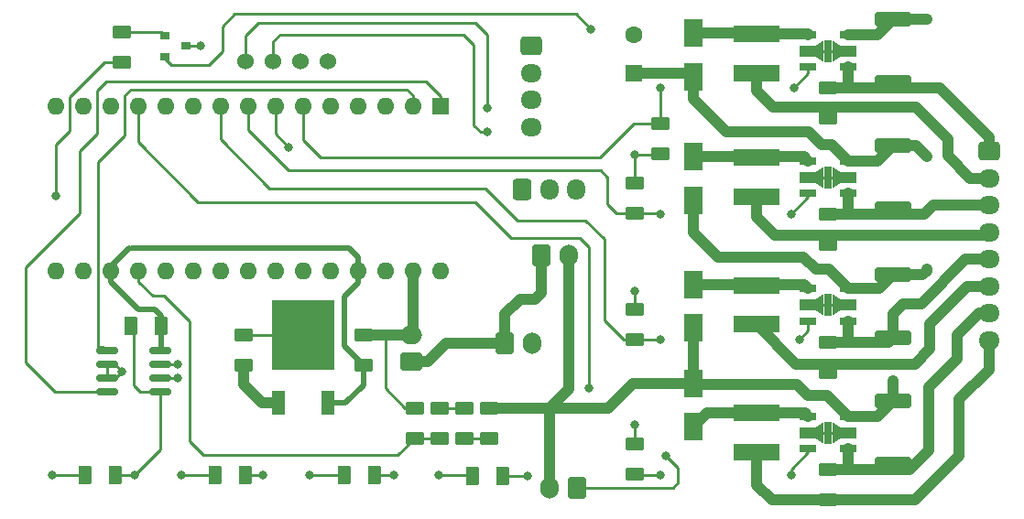
<source format=gbr>
G04 #@! TF.GenerationSoftware,KiCad,Pcbnew,7.0.8*
G04 #@! TF.CreationDate,2024-03-28T15:32:18+01:00*
G04 #@! TF.ProjectId,Prozessorplatine,50726f7a-6573-4736-9f72-706c6174696e,rev?*
G04 #@! TF.SameCoordinates,Original*
G04 #@! TF.FileFunction,Copper,L1,Top*
G04 #@! TF.FilePolarity,Positive*
%FSLAX46Y46*%
G04 Gerber Fmt 4.6, Leading zero omitted, Abs format (unit mm)*
G04 Created by KiCad (PCBNEW 7.0.8) date 2024-03-28 15:32:18*
%MOMM*%
%LPD*%
G01*
G04 APERTURE LIST*
G04 Aperture macros list*
%AMRoundRect*
0 Rectangle with rounded corners*
0 $1 Rounding radius*
0 $2 $3 $4 $5 $6 $7 $8 $9 X,Y pos of 4 corners*
0 Add a 4 corners polygon primitive as box body*
4,1,4,$2,$3,$4,$5,$6,$7,$8,$9,$2,$3,0*
0 Add four circle primitives for the rounded corners*
1,1,$1+$1,$2,$3*
1,1,$1+$1,$4,$5*
1,1,$1+$1,$6,$7*
1,1,$1+$1,$8,$9*
0 Add four rect primitives between the rounded corners*
20,1,$1+$1,$2,$3,$4,$5,0*
20,1,$1+$1,$4,$5,$6,$7,0*
20,1,$1+$1,$6,$7,$8,$9,0*
20,1,$1+$1,$8,$9,$2,$3,0*%
%AMOutline4P*
0 Free polygon, 4 corners , with rotation*
0 The origin of the aperture is its center*
0 number of corners: always 4*
0 $1 to $8 corner X, Y*
0 $9 Rotation angle, in degrees counterclockwise*
0 create outline with 4 corners*
4,1,4,$1,$2,$3,$4,$5,$6,$7,$8,$1,$2,$9*%
G04 Aperture macros list end*
G04 #@! TA.AperFunction,SMDPad,CuDef*
%ADD10RoundRect,0.250000X0.625000X-0.375000X0.625000X0.375000X-0.625000X0.375000X-0.625000X-0.375000X0*%
G04 #@! TD*
G04 #@! TA.AperFunction,SMDPad,CuDef*
%ADD11RoundRect,0.250000X-0.625000X0.375000X-0.625000X-0.375000X0.625000X-0.375000X0.625000X0.375000X0*%
G04 #@! TD*
G04 #@! TA.AperFunction,SMDPad,CuDef*
%ADD12RoundRect,0.250000X0.375000X0.625000X-0.375000X0.625000X-0.375000X-0.625000X0.375000X-0.625000X0*%
G04 #@! TD*
G04 #@! TA.AperFunction,SMDPad,CuDef*
%ADD13RoundRect,0.250000X-0.375000X-0.625000X0.375000X-0.625000X0.375000X0.625000X-0.375000X0.625000X0*%
G04 #@! TD*
G04 #@! TA.AperFunction,SMDPad,CuDef*
%ADD14R,1.800000X2.500000*%
G04 #@! TD*
G04 #@! TA.AperFunction,ComponentPad*
%ADD15RoundRect,0.250000X-0.725000X0.600000X-0.725000X-0.600000X0.725000X-0.600000X0.725000X0.600000X0*%
G04 #@! TD*
G04 #@! TA.AperFunction,ComponentPad*
%ADD16O,1.950000X1.700000*%
G04 #@! TD*
G04 #@! TA.AperFunction,ComponentPad*
%ADD17RoundRect,0.250000X-0.600000X-0.725000X0.600000X-0.725000X0.600000X0.725000X-0.600000X0.725000X0*%
G04 #@! TD*
G04 #@! TA.AperFunction,ComponentPad*
%ADD18O,1.700000X1.950000*%
G04 #@! TD*
G04 #@! TA.AperFunction,SMDPad,CuDef*
%ADD19R,4.200000X1.500000*%
G04 #@! TD*
G04 #@! TA.AperFunction,SMDPad,CuDef*
%ADD20RoundRect,0.250000X1.425000X-0.425000X1.425000X0.425000X-1.425000X0.425000X-1.425000X-0.425000X0*%
G04 #@! TD*
G04 #@! TA.AperFunction,ComponentPad*
%ADD21R,1.600000X1.600000*%
G04 #@! TD*
G04 #@! TA.AperFunction,ComponentPad*
%ADD22O,1.600000X1.600000*%
G04 #@! TD*
G04 #@! TA.AperFunction,SMDPad,CuDef*
%ADD23R,1.200000X2.200000*%
G04 #@! TD*
G04 #@! TA.AperFunction,SMDPad,CuDef*
%ADD24R,5.800000X6.400000*%
G04 #@! TD*
G04 #@! TA.AperFunction,SMDPad,CuDef*
%ADD25R,1.500000X0.700000*%
G04 #@! TD*
G04 #@! TA.AperFunction,SMDPad,CuDef*
%ADD26R,1.500000X1.000000*%
G04 #@! TD*
G04 #@! TA.AperFunction,SMDPad,CuDef*
%ADD27Outline4P,-1.000000X-0.375000X1.000000X-0.375000X0.500000X0.375000X-0.500000X0.375000X90.000000*%
G04 #@! TD*
G04 #@! TA.AperFunction,SMDPad,CuDef*
%ADD28R,0.800000X2.000000*%
G04 #@! TD*
G04 #@! TA.AperFunction,SMDPad,CuDef*
%ADD29Outline4P,-1.000000X-0.375000X1.000000X-0.375000X0.500000X0.375000X-0.500000X0.375000X270.000000*%
G04 #@! TD*
G04 #@! TA.AperFunction,SMDPad,CuDef*
%ADD30RoundRect,0.150000X-0.825000X-0.150000X0.825000X-0.150000X0.825000X0.150000X-0.825000X0.150000X0*%
G04 #@! TD*
G04 #@! TA.AperFunction,ComponentPad*
%ADD31C,1.600000*%
G04 #@! TD*
G04 #@! TA.AperFunction,ComponentPad*
%ADD32RoundRect,0.250000X0.600000X0.750000X-0.600000X0.750000X-0.600000X-0.750000X0.600000X-0.750000X0*%
G04 #@! TD*
G04 #@! TA.AperFunction,ComponentPad*
%ADD33O,1.700000X2.000000*%
G04 #@! TD*
G04 #@! TA.AperFunction,SMDPad,CuDef*
%ADD34R,0.900000X0.800000*%
G04 #@! TD*
G04 #@! TA.AperFunction,ComponentPad*
%ADD35RoundRect,0.250000X-0.600000X-0.750000X0.600000X-0.750000X0.600000X0.750000X-0.600000X0.750000X0*%
G04 #@! TD*
G04 #@! TA.AperFunction,ComponentPad*
%ADD36RoundRect,0.250000X0.750000X-0.600000X0.750000X0.600000X-0.750000X0.600000X-0.750000X-0.600000X0*%
G04 #@! TD*
G04 #@! TA.AperFunction,ComponentPad*
%ADD37O,2.000000X1.700000*%
G04 #@! TD*
G04 #@! TA.AperFunction,ComponentPad*
%ADD38C,1.524000*%
G04 #@! TD*
G04 #@! TA.AperFunction,ViaPad*
%ADD39C,0.800000*%
G04 #@! TD*
G04 #@! TA.AperFunction,Conductor*
%ADD40C,0.250000*%
G04 #@! TD*
G04 #@! TA.AperFunction,Conductor*
%ADD41C,1.000000*%
G04 #@! TD*
G04 #@! TA.AperFunction,Conductor*
%ADD42C,0.500000*%
G04 #@! TD*
G04 APERTURE END LIST*
D10*
X163258500Y-87633000D03*
X163258500Y-84833000D03*
D11*
X174371000Y-84833000D03*
X174371000Y-87633000D03*
D12*
X187198000Y-97853500D03*
X184398000Y-97853500D03*
D11*
X217297000Y-97279000D03*
X217297000Y-100079000D03*
D13*
X172590000Y-97790000D03*
X175390000Y-97790000D03*
D14*
X204851000Y-60928000D03*
X204851000Y-56928000D03*
X204851000Y-72358000D03*
X204851000Y-68358000D03*
X204851000Y-84169000D03*
X204851000Y-80169000D03*
X204851000Y-89313000D03*
X204851000Y-93313000D03*
D15*
X232156000Y-67818000D03*
D16*
X232156000Y-70318000D03*
X232156000Y-72818000D03*
X232156000Y-75318000D03*
X232156000Y-77818000D03*
X232156000Y-80318000D03*
X232156000Y-82818000D03*
X232156000Y-85318000D03*
D17*
X189039500Y-71374000D03*
D18*
X191539500Y-71374000D03*
X194039500Y-71374000D03*
D19*
X210693000Y-60601000D03*
X210693000Y-57001000D03*
X210693000Y-72031000D03*
X210693000Y-68431000D03*
X210693000Y-83842000D03*
X210693000Y-80242000D03*
X210693000Y-95653000D03*
X210693000Y-92053000D03*
D20*
X223266000Y-61447000D03*
X223266000Y-55647000D03*
X223266000Y-73131000D03*
X223266000Y-67331000D03*
D10*
X199390000Y-73536000D03*
X199390000Y-70736000D03*
X199390000Y-85220000D03*
X199390000Y-82420000D03*
X199390000Y-97666000D03*
X199390000Y-94866000D03*
D21*
X181483000Y-63627000D03*
D22*
X178943000Y-63627000D03*
X176403000Y-63627000D03*
X173863000Y-63627000D03*
X171323000Y-63627000D03*
X168783000Y-63627000D03*
X166243000Y-63627000D03*
X163703000Y-63627000D03*
X161163000Y-63627000D03*
X158623000Y-63627000D03*
X156083000Y-63627000D03*
X153543000Y-63627000D03*
X151003000Y-63627000D03*
X148463000Y-63627000D03*
X145923000Y-63627000D03*
X145923000Y-78867000D03*
X148463000Y-78867000D03*
X151003000Y-78867000D03*
X153543000Y-78867000D03*
X156083000Y-78867000D03*
X158623000Y-78867000D03*
X161163000Y-78867000D03*
X163703000Y-78867000D03*
X166243000Y-78867000D03*
X168783000Y-78867000D03*
X171323000Y-78867000D03*
X173863000Y-78867000D03*
X176403000Y-78867000D03*
X178943000Y-78867000D03*
X181483000Y-78867000D03*
D23*
X166503000Y-91131500D03*
D24*
X168783000Y-84831500D03*
D23*
X171063000Y-91131500D03*
D25*
X215447000Y-57047000D03*
D26*
X215447000Y-58547000D03*
D27*
X216522000Y-58547000D03*
D28*
X217297000Y-58547000D03*
D29*
X218072000Y-58547000D03*
D26*
X219147000Y-58547000D03*
D25*
X215447000Y-60047000D03*
X219147000Y-60047000D03*
X219147000Y-57047000D03*
X215447000Y-68731000D03*
D26*
X215447000Y-70231000D03*
D27*
X216522000Y-70231000D03*
D28*
X217297000Y-70231000D03*
D29*
X218072000Y-70231000D03*
D26*
X219147000Y-70231000D03*
D25*
X215447000Y-71731000D03*
X219147000Y-71731000D03*
X219147000Y-68731000D03*
X215447000Y-80542000D03*
D26*
X215447000Y-82042000D03*
D27*
X216522000Y-82042000D03*
D28*
X217297000Y-82042000D03*
D29*
X218072000Y-82042000D03*
D26*
X219147000Y-82042000D03*
D25*
X215447000Y-83542000D03*
X219147000Y-83542000D03*
X219147000Y-80542000D03*
D30*
X150623500Y-86296500D03*
X150623500Y-87566500D03*
X150623500Y-88836500D03*
X150623500Y-90106500D03*
X155573500Y-90106500D03*
X155573500Y-88836500D03*
X155573500Y-87566500D03*
X155573500Y-86296500D03*
D20*
X223266000Y-96753000D03*
X223266000Y-90953000D03*
D25*
X215447000Y-92353000D03*
D26*
X215447000Y-93853000D03*
D27*
X216522000Y-93853000D03*
D28*
X217297000Y-93853000D03*
D29*
X218072000Y-93853000D03*
D26*
X219147000Y-93853000D03*
D25*
X215447000Y-95353000D03*
X219147000Y-95353000D03*
X219147000Y-92353000D03*
D20*
X223266000Y-85069000D03*
X223266000Y-79269000D03*
D11*
X217297000Y-85468000D03*
X217297000Y-88268000D03*
X217297000Y-73657000D03*
X217297000Y-76457000D03*
X217297000Y-61973000D03*
X217297000Y-64773000D03*
D13*
X152841500Y-84010500D03*
X155641500Y-84010500D03*
D10*
X179070000Y-94364000D03*
X179070000Y-91564000D03*
D11*
X183642000Y-91564000D03*
X183642000Y-94364000D03*
X185928000Y-91564000D03*
X185928000Y-94364000D03*
D10*
X181356000Y-94364000D03*
X181356000Y-91564000D03*
D15*
X189865000Y-58102500D03*
D16*
X189865000Y-60602500D03*
X189865000Y-63102500D03*
X189865000Y-65602500D03*
D13*
X160652000Y-97790000D03*
X163452000Y-97790000D03*
X148584000Y-97790000D03*
X151384000Y-97790000D03*
D21*
X199326500Y-60579000D03*
D31*
X199326500Y-57079000D03*
D11*
X201803000Y-65275000D03*
X201803000Y-68075000D03*
D32*
X194056000Y-98933000D03*
D33*
X191556000Y-98933000D03*
D34*
X155972000Y-57152500D03*
X155972000Y-59052500D03*
X157972000Y-58102500D03*
D11*
X152019000Y-56829500D03*
X152019000Y-59629500D03*
D35*
X190800000Y-77500000D03*
D33*
X193300000Y-77500000D03*
D36*
X178800000Y-87300000D03*
D37*
X178800000Y-84800000D03*
D35*
X187400000Y-85600000D03*
D33*
X189900000Y-85600000D03*
D38*
X171069000Y-59499500D03*
X168529000Y-59499500D03*
X165989000Y-59499500D03*
X163449000Y-59499500D03*
D39*
X218059000Y-58547000D03*
X219147000Y-58547000D03*
X216535000Y-58547000D03*
X215519000Y-58547000D03*
X218059000Y-82042000D03*
X215519000Y-82042000D03*
X219147000Y-82042000D03*
X216535000Y-82042000D03*
X165036500Y-97790000D03*
X219147000Y-70231000D03*
X199390000Y-68135500D03*
X216535000Y-70231000D03*
X189484000Y-97853500D03*
X167513000Y-86741000D03*
X170624500Y-86804500D03*
X218059000Y-70231000D03*
X199390000Y-93091000D03*
X177165000Y-97790000D03*
X199390000Y-80772000D03*
X218059000Y-93853000D03*
X170624500Y-82804000D03*
X167513000Y-82804000D03*
X219147000Y-93853000D03*
X215519000Y-93853000D03*
X159258000Y-58102500D03*
X216535000Y-93853000D03*
X215519000Y-70231000D03*
X153162000Y-97790000D03*
X226441000Y-68326000D03*
X191564000Y-91564000D03*
X164782500Y-90932000D03*
X223266000Y-89090500D03*
X226420000Y-55647000D03*
X226441000Y-78740000D03*
X164179250Y-90328750D03*
X181338000Y-97772000D03*
X169400000Y-97772000D03*
X157480000Y-97790000D03*
X145542000Y-97790000D03*
X185801000Y-66040000D03*
X185801000Y-63817500D03*
X157162500Y-87566500D03*
X157162500Y-88836500D03*
X201803000Y-61976000D03*
X214122000Y-61976000D03*
X201803000Y-73660000D03*
X213868000Y-73660000D03*
X201803000Y-85217000D03*
X214630000Y-85217000D03*
X213868000Y-97790000D03*
X201803000Y-97790000D03*
X195199000Y-89699000D03*
X167449500Y-67437000D03*
X152019000Y-88201500D03*
X195389500Y-56515000D03*
X202300000Y-96000000D03*
X145923000Y-71945500D03*
D40*
X215447000Y-58547000D02*
X215519000Y-58547000D01*
X219147000Y-58547000D02*
X219147000Y-58547000D01*
X215447000Y-58547000D02*
X215519000Y-58547000D01*
X218567000Y-58547000D02*
X219147000Y-58547000D01*
X217551000Y-58547000D02*
X218567000Y-58547000D01*
X215519000Y-58547000D02*
X216535000Y-58547000D01*
X219147000Y-58547000D02*
X219147000Y-58547000D01*
X216535000Y-58547000D02*
X217551000Y-58547000D01*
X219147000Y-93853000D02*
X219147000Y-93853000D01*
X215447000Y-82042000D02*
X215519000Y-82042000D01*
X187198000Y-97853500D02*
X189484000Y-97853500D01*
X179070000Y-91564000D02*
X178164000Y-91564000D01*
D41*
X178767000Y-84833000D02*
X178800000Y-84800000D01*
D40*
X176367000Y-89767000D02*
X176367000Y-84833000D01*
X163452000Y-97790000D02*
X165036500Y-97790000D01*
X219147000Y-70231000D02*
X219147000Y-70231000D01*
X153098500Y-89471500D02*
X153098500Y-84267500D01*
X215447000Y-93853000D02*
X219147000Y-93853000D01*
X175390000Y-97790000D02*
X177165000Y-97790000D01*
X199390000Y-94866000D02*
X199390000Y-93091000D01*
X155573500Y-95378500D02*
X153162000Y-97790000D01*
X155573500Y-90106500D02*
X153733500Y-90106500D01*
D41*
X178943000Y-78867000D02*
X178943000Y-84657000D01*
D40*
X215447000Y-93853000D02*
X215519000Y-93853000D01*
X163449000Y-84833000D02*
X169226000Y-84833000D01*
X219147000Y-82042000D02*
X219147000Y-82042000D01*
D41*
X176367000Y-84833000D02*
X178767000Y-84833000D01*
D40*
X215447000Y-82042000D02*
X219147000Y-82042000D01*
X199390000Y-82420000D02*
X199390000Y-80772000D01*
D41*
X174371000Y-84833000D02*
X176367000Y-84833000D01*
D40*
X153098500Y-84267500D02*
X152841500Y-84010500D01*
X219147000Y-93853000D02*
X219147000Y-93853000D01*
X151384000Y-97790000D02*
X153162000Y-97790000D01*
X169226000Y-84833000D02*
X169227500Y-84831500D01*
X153733500Y-90106500D02*
X153098500Y-89471500D01*
X215447000Y-70231000D02*
X215519000Y-70231000D01*
X199390000Y-68135500D02*
X199390000Y-70736000D01*
D41*
X178943000Y-84657000D02*
X178800000Y-84800000D01*
D40*
X155573500Y-90106500D02*
X155573500Y-95378500D01*
X169229000Y-84833000D02*
X169227500Y-84831500D01*
X178164000Y-91564000D02*
X176367000Y-89767000D01*
X199390000Y-68135500D02*
X201742500Y-68135500D01*
X157972000Y-58102500D02*
X159258000Y-58102500D01*
X201742500Y-68135500D02*
X201803000Y-68075000D01*
X215447000Y-70231000D02*
X219147000Y-70231000D01*
D41*
X164179250Y-90328750D02*
X164982000Y-91131500D01*
X219147000Y-57047000D02*
X221866000Y-57047000D01*
X163258500Y-87633000D02*
X163258500Y-89408000D01*
X204851000Y-75311000D02*
X207137000Y-77597000D01*
X163449000Y-89598500D02*
X164179250Y-90328750D01*
X219147000Y-68731000D02*
X221866000Y-68731000D01*
X196965000Y-91579500D02*
X199231500Y-89313000D01*
X221993000Y-80542000D02*
X223266000Y-79269000D01*
X221866000Y-68731000D02*
X223266000Y-67331000D01*
X191579500Y-91579500D02*
X191579500Y-98909500D01*
X221866000Y-57047000D02*
X223266000Y-55647000D01*
X204851000Y-89313000D02*
X199231500Y-89313000D01*
X215011000Y-77597000D02*
X216154000Y-78740000D01*
X185928000Y-91564000D02*
X191564000Y-91564000D01*
X217599000Y-67183000D02*
X219147000Y-68731000D01*
X223266000Y-79269000D02*
X226039000Y-79269000D01*
X214376000Y-89408000D02*
X215392000Y-90424000D01*
X219147000Y-80542000D02*
X221993000Y-80542000D01*
X204851000Y-60928000D02*
X204851000Y-62992000D01*
X221866000Y-92353000D02*
X223266000Y-90953000D01*
X217345000Y-78740000D02*
X219147000Y-80542000D01*
X217218000Y-90424000D02*
X219147000Y-92353000D01*
X223266000Y-67331000D02*
X225446000Y-67331000D01*
X215519000Y-66040000D02*
X216662000Y-67183000D01*
X204851000Y-72358000D02*
X204851000Y-75311000D01*
X164982000Y-91131500D02*
X166503000Y-91131500D01*
X219147000Y-92353000D02*
X221866000Y-92353000D01*
X207899000Y-66040000D02*
X215519000Y-66040000D01*
X226039000Y-79269000D02*
X226441000Y-78867000D01*
X207137000Y-77597000D02*
X215011000Y-77597000D01*
X226441000Y-78867000D02*
X226441000Y-78740000D01*
X191564000Y-91564000D02*
X191579500Y-91579500D01*
X193300000Y-89828000D02*
X191564000Y-91564000D01*
X163258500Y-89408000D02*
X163449000Y-89598500D01*
X216662000Y-67183000D02*
X217599000Y-67183000D01*
X223266000Y-90953000D02*
X223266000Y-89090500D01*
X223266000Y-55647000D02*
X226420000Y-55647000D01*
X216154000Y-78740000D02*
X217345000Y-78740000D01*
X204946000Y-89408000D02*
X204851000Y-89313000D01*
X199326500Y-60579000D02*
X204502000Y-60579000D01*
X204502000Y-60579000D02*
X204851000Y-60928000D01*
X225446000Y-67331000D02*
X226441000Y-68326000D01*
X204851000Y-62992000D02*
X207899000Y-66040000D01*
X191579500Y-98909500D02*
X191556000Y-98933000D01*
X191579500Y-91579500D02*
X196965000Y-91579500D01*
X204851000Y-84169000D02*
X204851000Y-89313000D01*
X193300000Y-77500000D02*
X193300000Y-89828000D01*
X214376000Y-89408000D02*
X204946000Y-89408000D01*
X215392000Y-90424000D02*
X217218000Y-90424000D01*
D42*
X172974000Y-76771500D02*
X173863000Y-77660500D01*
X151003000Y-78867000D02*
X151003000Y-79946500D01*
X155035250Y-82454750D02*
X153511250Y-82454750D01*
X173863000Y-78867000D02*
X173863000Y-80010000D01*
X151003000Y-78867000D02*
X151003000Y-78486000D01*
D40*
X152717500Y-76771500D02*
X152971500Y-76771500D01*
D42*
X173863000Y-77660500D02*
X173863000Y-78867000D01*
X152971500Y-76771500D02*
X172974000Y-76771500D01*
X172593000Y-81280000D02*
X172593000Y-85855000D01*
X155641500Y-83061000D02*
X155035250Y-82454750D01*
X155641500Y-84010500D02*
X155641500Y-86228500D01*
X174371000Y-89471500D02*
X172711000Y-91131500D01*
X155641500Y-84010500D02*
X155641500Y-83061000D01*
X155641500Y-86228500D02*
X155573500Y-86296500D01*
X151003000Y-79946500D02*
X153511250Y-82454750D01*
X173863000Y-80010000D02*
X172593000Y-81280000D01*
X171507500Y-91131500D02*
X172711000Y-91131500D01*
X151003000Y-78486000D02*
X152717500Y-76771500D01*
X172593000Y-85855000D02*
X174371000Y-87633000D01*
X174371000Y-87633000D02*
X174371000Y-89471500D01*
D41*
X217297000Y-64773000D02*
X217297000Y-63754000D01*
X225425000Y-63754000D02*
X228346000Y-66675000D01*
X228346000Y-68262500D02*
X230401500Y-70318000D01*
X210693000Y-62230000D02*
X210693000Y-60601000D01*
X230401500Y-70318000D02*
X232156000Y-70318000D01*
X228346000Y-66675000D02*
X228346000Y-68262500D01*
X217297000Y-63754000D02*
X212217000Y-63754000D01*
X212217000Y-63754000D02*
X210693000Y-62230000D01*
X217297000Y-63754000D02*
X225425000Y-63754000D01*
X219147000Y-61921000D02*
X219199000Y-61973000D01*
X223266000Y-61849000D02*
X223142000Y-61973000D01*
X219199000Y-61973000D02*
X223142000Y-61973000D01*
X223142000Y-61973000D02*
X227581000Y-61973000D01*
X232156000Y-66548000D02*
X232156000Y-67818000D01*
X219147000Y-60047000D02*
X219147000Y-61921000D01*
X223266000Y-61447000D02*
X223266000Y-61849000D01*
X227581000Y-61973000D02*
X232156000Y-66548000D01*
X217297000Y-61973000D02*
X219199000Y-61973000D01*
X212344000Y-75565000D02*
X217170000Y-75565000D01*
X217297000Y-76457000D02*
X217297000Y-75692000D01*
X217297000Y-75692000D02*
X217170000Y-75565000D01*
X217170000Y-75565000D02*
X231909000Y-75565000D01*
X231909000Y-75565000D02*
X232156000Y-75318000D01*
X210693000Y-73914000D02*
X212344000Y-75565000D01*
X210693000Y-72031000D02*
X210693000Y-73914000D01*
X223266000Y-73131000D02*
X223266000Y-73400000D01*
X219147000Y-73328000D02*
X218818000Y-73657000D01*
X218818000Y-73657000D02*
X223523000Y-73657000D01*
X223266000Y-73400000D02*
X223523000Y-73657000D01*
X227023000Y-72818000D02*
X226184000Y-73657000D01*
X217297000Y-73657000D02*
X218818000Y-73657000D01*
X219147000Y-71731000D02*
X219147000Y-73328000D01*
X232156000Y-72818000D02*
X227023000Y-72818000D01*
X226184000Y-73657000D02*
X223523000Y-73657000D01*
D40*
X184316500Y-97772000D02*
X184398000Y-97853500D01*
X181338000Y-97772000D02*
X184316500Y-97772000D01*
D41*
X230197000Y-80318000D02*
X232156000Y-80318000D01*
X226695000Y-86106000D02*
X226695000Y-83820000D01*
X217170000Y-87503000D02*
X225298000Y-87503000D01*
X226695000Y-83820000D02*
X230197000Y-80318000D01*
X225298000Y-87503000D02*
X226695000Y-86106000D01*
X214354000Y-87503000D02*
X210693000Y-83842000D01*
X217170000Y-87503000D02*
X214354000Y-87503000D01*
X217297000Y-87630000D02*
X217170000Y-87503000D01*
X217297000Y-88268000D02*
X217297000Y-87630000D01*
X225933000Y-81915000D02*
X230030000Y-77818000D01*
X223266000Y-85069000D02*
X223266000Y-82867500D01*
X219326000Y-85468000D02*
X222867000Y-85468000D01*
X222867000Y-85468000D02*
X223266000Y-85069000D01*
X219147000Y-83542000D02*
X219147000Y-85289000D01*
X230030000Y-77818000D02*
X232156000Y-77818000D01*
X224218500Y-81915000D02*
X225933000Y-81915000D01*
X223266000Y-82867500D02*
X224218500Y-81915000D01*
X217297000Y-85468000D02*
X219326000Y-85468000D01*
X219147000Y-85289000D02*
X219326000Y-85468000D01*
X210693000Y-98679000D02*
X210693000Y-95653000D01*
X225358500Y-100079000D02*
X217297000Y-100079000D01*
X232156000Y-88011000D02*
X229425500Y-90741500D01*
X212093000Y-100079000D02*
X210693000Y-98679000D01*
X229425500Y-90741500D02*
X229425500Y-96012000D01*
X229425500Y-96012000D02*
X225358500Y-100079000D01*
X232156000Y-85318000D02*
X232156000Y-88011000D01*
X217297000Y-100079000D02*
X212093000Y-100079000D01*
X229235000Y-84836000D02*
X229235000Y-87058500D01*
X229235000Y-84836000D02*
X231253000Y-82818000D01*
X231253000Y-82818000D02*
X232156000Y-82818000D01*
X217297000Y-97279000D02*
X219199000Y-97279000D01*
X223266000Y-96753000D02*
X223266000Y-97149000D01*
X226631500Y-89662000D02*
X226631500Y-95498000D01*
X219147000Y-97227000D02*
X219199000Y-97279000D01*
X219147000Y-95353000D02*
X219147000Y-97227000D01*
X219199000Y-97279000D02*
X223396000Y-97279000D01*
X226631500Y-95498000D02*
X224850500Y-97279000D01*
X229235000Y-87058500D02*
X226631500Y-89662000D01*
X223396000Y-97279000D02*
X224850500Y-97279000D01*
X223266000Y-97149000D02*
X223396000Y-97279000D01*
D40*
X169400000Y-97772000D02*
X172572000Y-97772000D01*
X172572000Y-97772000D02*
X172590000Y-97790000D01*
X160652000Y-97790000D02*
X157480000Y-97790000D01*
X148584000Y-97790000D02*
X145542000Y-97790000D01*
D41*
X210693000Y-57001000D02*
X215401000Y-57001000D01*
X204851000Y-56928000D02*
X210620000Y-56928000D01*
X215401000Y-57001000D02*
X215447000Y-57047000D01*
X210620000Y-56928000D02*
X210693000Y-57001000D01*
X204851000Y-68358000D02*
X215074000Y-68358000D01*
X215074000Y-68358000D02*
X215447000Y-68731000D01*
X215074000Y-80169000D02*
X215447000Y-80542000D01*
X204851000Y-80169000D02*
X215074000Y-80169000D01*
X206111000Y-92053000D02*
X204851000Y-93313000D01*
X210693000Y-92053000D02*
X215147000Y-92053000D01*
X210693000Y-92053000D02*
X206111000Y-92053000D01*
X215147000Y-92053000D02*
X215447000Y-92353000D01*
D40*
X183578500Y-57023000D02*
X166624000Y-57023000D01*
X184531000Y-57975500D02*
X183578500Y-57023000D01*
X184531000Y-65405000D02*
X184531000Y-57975500D01*
X166624000Y-57023000D02*
X165989000Y-57658000D01*
X165989000Y-57658000D02*
X165989000Y-59499500D01*
X185801000Y-66040000D02*
X185166000Y-66040000D01*
X185166000Y-66040000D02*
X184531000Y-65405000D01*
X163449000Y-59499500D02*
X163449000Y-57150000D01*
X185801000Y-57023000D02*
X185801000Y-63817500D01*
X184721500Y-55943500D02*
X185801000Y-57023000D01*
X163449000Y-57150000D02*
X164655500Y-55943500D01*
X164655500Y-55943500D02*
X184721500Y-55943500D01*
X155573500Y-87566500D02*
X157162500Y-87566500D01*
X155573500Y-88836500D02*
X157162500Y-88836500D01*
X183642000Y-91564000D02*
X181356000Y-91564000D01*
X181356000Y-94364000D02*
X179070000Y-94364000D01*
X154876500Y-81216500D02*
X155892500Y-81216500D01*
X155892500Y-81216500D02*
X158242000Y-83566000D01*
X159575500Y-95948500D02*
X177485500Y-95948500D01*
X153543000Y-79883000D02*
X154876500Y-81216500D01*
X158242000Y-83566000D02*
X158242000Y-94615000D01*
X177485500Y-95948500D02*
X179070000Y-94364000D01*
X153543000Y-78867000D02*
X153543000Y-79883000D01*
X158242000Y-94615000D02*
X159575500Y-95948500D01*
X185928000Y-94364000D02*
X183642000Y-94364000D01*
X201800000Y-61979000D02*
X201803000Y-61976000D01*
X170370500Y-68389500D02*
X168783000Y-66802000D01*
X215447000Y-60047000D02*
X215447000Y-60651000D01*
X168783000Y-66802000D02*
X168783000Y-63627000D01*
X196215000Y-68389500D02*
X170370500Y-68389500D01*
X201803000Y-65211500D02*
X201806000Y-65214500D01*
X201803000Y-61976000D02*
X201803000Y-65211500D01*
X199329500Y-65275000D02*
X196215000Y-68389500D01*
X215447000Y-60651000D02*
X214122000Y-61976000D01*
X201803000Y-65275000D02*
X199329500Y-65275000D01*
X167449500Y-69596000D02*
X163703000Y-65849500D01*
X199390000Y-73536000D02*
X197742000Y-73536000D01*
X215447000Y-71731000D02*
X215447000Y-72081000D01*
X196278500Y-69596000D02*
X167449500Y-69596000D01*
X201679000Y-73536000D02*
X201803000Y-73660000D01*
X199390000Y-73536000D02*
X201679000Y-73536000D01*
X163703000Y-65849500D02*
X163703000Y-63627000D01*
X196913500Y-70231000D02*
X196278500Y-69596000D01*
X197742000Y-73536000D02*
X196913500Y-72707500D01*
X196913500Y-72707500D02*
X196913500Y-70231000D01*
X215447000Y-72081000D02*
X213868000Y-73660000D01*
X199390000Y-85220000D02*
X201800000Y-85220000D01*
X215447000Y-84400000D02*
X214630000Y-85217000D01*
X188595000Y-74231500D02*
X194881500Y-74231500D01*
X194881500Y-74231500D02*
X196596000Y-75946000D01*
X161163000Y-63627000D02*
X161163000Y-66738500D01*
X165671500Y-71247000D02*
X185610500Y-71247000D01*
X215447000Y-83542000D02*
X215447000Y-84400000D01*
X185610500Y-71247000D02*
X188595000Y-74231500D01*
X198377000Y-85220000D02*
X199390000Y-85220000D01*
X161163000Y-66738500D02*
X165671500Y-71247000D01*
X196596000Y-75946000D02*
X196596000Y-83439000D01*
X201800000Y-85220000D02*
X201803000Y-85217000D01*
X196596000Y-83439000D02*
X198377000Y-85220000D01*
X153543000Y-66992500D02*
X159067500Y-72517000D01*
X153543000Y-63627000D02*
X153543000Y-66992500D01*
X201803000Y-97790000D02*
X199514000Y-97790000D01*
X213868000Y-97282000D02*
X213868000Y-97790000D01*
X199514000Y-97790000D02*
X199390000Y-97666000D01*
X215447000Y-95353000D02*
X215447000Y-95703000D01*
X159067500Y-72517000D02*
X184721500Y-72517000D01*
X184721500Y-72517000D02*
X188023500Y-75819000D01*
X215447000Y-95703000D02*
X213868000Y-97282000D01*
X195199000Y-86106000D02*
X195199000Y-89699000D01*
X188023500Y-75819000D02*
X194310000Y-75819000D01*
X195199000Y-76708000D02*
X195199000Y-86106000D01*
X194310000Y-75819000D02*
X195199000Y-76708000D01*
X152273000Y-62674500D02*
X152273000Y-66357500D01*
X178371500Y-62103000D02*
X152844500Y-62103000D01*
X178943000Y-62674500D02*
X178371500Y-62103000D01*
X149796500Y-85915500D02*
X150242500Y-85915500D01*
X152844500Y-62103000D02*
X152273000Y-62674500D01*
X150242500Y-85915500D02*
X150623500Y-86296500D01*
X149796500Y-68834000D02*
X149796500Y-85915500D01*
X178943000Y-63627000D02*
X178943000Y-62674500D01*
X152273000Y-66357500D02*
X149796500Y-68834000D01*
X166243000Y-66230500D02*
X167449500Y-67437000D01*
X150623500Y-88836500D02*
X150623500Y-87566500D01*
X166243000Y-63627000D02*
X166243000Y-66230500D01*
X150623500Y-87566500D02*
X151384000Y-87566500D01*
X150623500Y-88836500D02*
X151384000Y-88836500D01*
X151384000Y-88836500D02*
X152019000Y-88201500D01*
X151384000Y-87566500D02*
X152019000Y-88201500D01*
X148082000Y-67818000D02*
X149733000Y-66167000D01*
X180149500Y-61404500D02*
X181483000Y-62738000D01*
X150623500Y-90106500D02*
X145859500Y-90106500D01*
X181483000Y-62738000D02*
X181483000Y-63627000D01*
X145859500Y-90106500D02*
X143129000Y-87376000D01*
X143129000Y-87376000D02*
X143129000Y-78549500D01*
X148082000Y-73596500D02*
X143129000Y-78549500D01*
X149733000Y-62230000D02*
X150558500Y-61404500D01*
X150558500Y-61404500D02*
X180149500Y-61404500D01*
X148082000Y-67818000D02*
X148082000Y-73596500D01*
X149733000Y-66167000D02*
X149733000Y-62230000D01*
X161290000Y-56261000D02*
X162433000Y-55118000D01*
X161290000Y-58610500D02*
X161290000Y-56261000D01*
X202300000Y-96000000D02*
X203400000Y-97100000D01*
X203400000Y-98500000D02*
X202967000Y-98933000D01*
X202967000Y-98933000D02*
X194056000Y-98933000D01*
X203400000Y-97100000D02*
X203400000Y-98500000D01*
X160020000Y-59880500D02*
X161290000Y-58610500D01*
X162433000Y-55118000D02*
X185801000Y-55118000D01*
X185801000Y-55118000D02*
X193992500Y-55118000D01*
X155972000Y-59052500D02*
X155972000Y-59261500D01*
X193992500Y-55118000D02*
X195389500Y-56515000D01*
X155972000Y-59261500D02*
X156591000Y-59880500D01*
X156591000Y-59880500D02*
X160020000Y-59880500D01*
X155649000Y-56829500D02*
X155972000Y-57152500D01*
X152019000Y-56829500D02*
X155649000Y-56829500D01*
X147193000Y-65976500D02*
X147193000Y-62801500D01*
X145923000Y-71945500D02*
X145923000Y-67246500D01*
X150365000Y-59629500D02*
X152019000Y-59629500D01*
X147193000Y-62801500D02*
X150365000Y-59629500D01*
X145923000Y-67246500D02*
X147193000Y-65976500D01*
D41*
X178800000Y-87300000D02*
X180300000Y-87300000D01*
X182000000Y-85600000D02*
X187400000Y-85600000D01*
X180300000Y-87300000D02*
X182000000Y-85600000D01*
X187400000Y-82900000D02*
X187400000Y-85600000D01*
X190800000Y-80900000D02*
X190200000Y-81500000D01*
X190200000Y-81500000D02*
X188800000Y-81500000D01*
X188800000Y-81500000D02*
X187400000Y-82900000D01*
X190800000Y-77500000D02*
X190800000Y-80900000D01*
M02*

</source>
